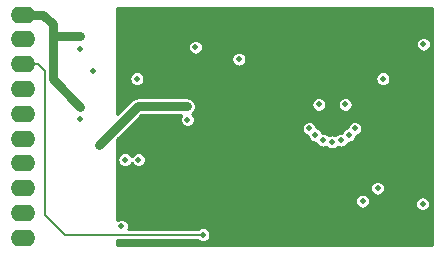
<source format=gbr>
%TF.GenerationSoftware,KiCad,Pcbnew,(5.1.9)-1*%
%TF.CreationDate,2022-04-05T10:11:24-05:00*%
%TF.ProjectId,iPod Bluetooth I2C Bridge,69506f64-2042-46c7-9565-746f6f746820,rev?*%
%TF.SameCoordinates,Original*%
%TF.FileFunction,Copper,L2,Inr*%
%TF.FilePolarity,Positive*%
%FSLAX46Y46*%
G04 Gerber Fmt 4.6, Leading zero omitted, Abs format (unit mm)*
G04 Created by KiCad (PCBNEW (5.1.9)-1) date 2022-04-05 10:11:24*
%MOMM*%
%LPD*%
G01*
G04 APERTURE LIST*
%TA.AperFunction,ComponentPad*%
%ADD10O,2.100000X1.400000*%
%TD*%
%TA.AperFunction,ViaPad*%
%ADD11C,0.508000*%
%TD*%
%TA.AperFunction,Conductor*%
%ADD12C,0.762000*%
%TD*%
%TA.AperFunction,Conductor*%
%ADD13C,0.152400*%
%TD*%
%TA.AperFunction,Conductor*%
%ADD14C,0.254000*%
%TD*%
%TA.AperFunction,Conductor*%
%ADD15C,0.100000*%
%TD*%
G04 APERTURE END LIST*
D10*
%TO.N,GND*%
%TO.C,J1*%
X34417000Y-49920000D03*
%TO.N,IIS_BCLK_1v8*%
X34417000Y-47820000D03*
%TO.N,IIS_WS_1v8*%
X34417000Y-45720000D03*
%TO.N,IIS_SD_1v8*%
X34417000Y-43620000D03*
%TO.N,RX*%
X34417000Y-41520000D03*
%TO.N,TX*%
X34417000Y-39420000D03*
%TO.N,GND*%
X34417000Y-37320000D03*
%TO.N,ESP_BOOT*%
X34417000Y-35220000D03*
%TO.N,RST*%
X34417000Y-33120000D03*
%TO.N,+BATT*%
X34417000Y-31020000D03*
%TD*%
D11*
%TO.N,+BATT*%
X39242948Y-38820000D03*
%TO.N,GND*%
X39242948Y-39878052D03*
X61341000Y-41656000D03*
X59817000Y-41656000D03*
X59461400Y-38633400D03*
X62001400Y-41224200D03*
X60579000Y-41808400D03*
X61696600Y-38633400D03*
X59156600Y-41224200D03*
X62509400Y-40665400D03*
X58648600Y-40665400D03*
X68326000Y-33528000D03*
X40386000Y-35814000D03*
X68250026Y-47041026D03*
X42754000Y-48940000D03*
X49022000Y-33782000D03*
X48345007Y-39919993D03*
X52705000Y-34798000D03*
X43053158Y-43307000D03*
X44196000Y-43307000D03*
X39242948Y-33909052D03*
%TO.N,+3V3*%
X66929000Y-33528000D03*
X52577984Y-44958000D03*
X44622000Y-48940050D03*
X49063983Y-32851017D03*
X46523976Y-42079010D03*
X47498000Y-35814000D03*
%TO.N,+1V8*%
X40851990Y-42079010D03*
X48283020Y-38800990D03*
%TO.N,TX*%
X64440024Y-45720000D03*
%TO.N,RX*%
X63170000Y-46812000D03*
%TO.N,+BATT*%
X39242948Y-32851000D03*
%TO.N,ESP_BOOT*%
X49657000Y-49657000D03*
%TO.N,RST*%
X44069004Y-36449000D03*
X64897000Y-36449000D03*
%TD*%
D12*
%TO.N,+1V8*%
X44130010Y-38800990D02*
X40851990Y-42079010D01*
X48283020Y-38800990D02*
X44130010Y-38800990D01*
%TO.N,+BATT*%
X34417000Y-31020000D02*
X36100000Y-31020000D01*
X36931609Y-36508661D02*
X39242948Y-38820000D01*
X36100000Y-31020000D02*
X36931609Y-31851609D01*
X36999000Y-32851000D02*
X36931609Y-32918391D01*
X39242948Y-32851000D02*
X36999000Y-32851000D01*
X36931609Y-32918391D02*
X36931609Y-36508661D01*
X36931609Y-31851609D02*
X36931609Y-32918391D01*
D13*
%TO.N,ESP_BOOT*%
X34417000Y-35220000D02*
X35728000Y-35220000D01*
X35728000Y-35220000D02*
X36322000Y-35814000D01*
X36322000Y-35814000D02*
X36322000Y-48006000D01*
X37973000Y-49657000D02*
X49657000Y-49657000D01*
X36322000Y-48006000D02*
X37973000Y-49657000D01*
%TD*%
D14*
%TO.N,+3V3*%
X69088000Y-50569000D02*
X42418000Y-50569000D01*
X42418000Y-50114200D01*
X49216175Y-50114200D01*
X49252211Y-50150236D01*
X49356215Y-50219729D01*
X49471777Y-50267597D01*
X49594458Y-50292000D01*
X49719542Y-50292000D01*
X49842223Y-50267597D01*
X49957785Y-50219729D01*
X50061789Y-50150236D01*
X50150236Y-50061789D01*
X50219729Y-49957785D01*
X50267597Y-49842223D01*
X50292000Y-49719542D01*
X50292000Y-49594458D01*
X50267597Y-49471777D01*
X50219729Y-49356215D01*
X50150236Y-49252211D01*
X50061789Y-49163764D01*
X49957785Y-49094271D01*
X49842223Y-49046403D01*
X49719542Y-49022000D01*
X49594458Y-49022000D01*
X49471777Y-49046403D01*
X49356215Y-49094271D01*
X49252211Y-49163764D01*
X49216175Y-49199800D01*
X43333706Y-49199800D01*
X43364597Y-49125223D01*
X43389000Y-49002542D01*
X43389000Y-48877458D01*
X43364597Y-48754777D01*
X43316729Y-48639215D01*
X43247236Y-48535211D01*
X43158789Y-48446764D01*
X43054785Y-48377271D01*
X42939223Y-48329403D01*
X42816542Y-48305000D01*
X42691458Y-48305000D01*
X42568777Y-48329403D01*
X42453215Y-48377271D01*
X42418000Y-48400801D01*
X42418000Y-46749458D01*
X62535000Y-46749458D01*
X62535000Y-46874542D01*
X62559403Y-46997223D01*
X62607271Y-47112785D01*
X62676764Y-47216789D01*
X62765211Y-47305236D01*
X62869215Y-47374729D01*
X62984777Y-47422597D01*
X63107458Y-47447000D01*
X63232542Y-47447000D01*
X63355223Y-47422597D01*
X63470785Y-47374729D01*
X63574789Y-47305236D01*
X63663236Y-47216789D01*
X63732729Y-47112785D01*
X63780597Y-46997223D01*
X63784324Y-46978484D01*
X67615026Y-46978484D01*
X67615026Y-47103568D01*
X67639429Y-47226249D01*
X67687297Y-47341811D01*
X67756790Y-47445815D01*
X67845237Y-47534262D01*
X67949241Y-47603755D01*
X68064803Y-47651623D01*
X68187484Y-47676026D01*
X68312568Y-47676026D01*
X68435249Y-47651623D01*
X68550811Y-47603755D01*
X68654815Y-47534262D01*
X68743262Y-47445815D01*
X68812755Y-47341811D01*
X68860623Y-47226249D01*
X68885026Y-47103568D01*
X68885026Y-46978484D01*
X68860623Y-46855803D01*
X68812755Y-46740241D01*
X68743262Y-46636237D01*
X68654815Y-46547790D01*
X68550811Y-46478297D01*
X68435249Y-46430429D01*
X68312568Y-46406026D01*
X68187484Y-46406026D01*
X68064803Y-46430429D01*
X67949241Y-46478297D01*
X67845237Y-46547790D01*
X67756790Y-46636237D01*
X67687297Y-46740241D01*
X67639429Y-46855803D01*
X67615026Y-46978484D01*
X63784324Y-46978484D01*
X63805000Y-46874542D01*
X63805000Y-46749458D01*
X63780597Y-46626777D01*
X63732729Y-46511215D01*
X63663236Y-46407211D01*
X63574789Y-46318764D01*
X63470785Y-46249271D01*
X63355223Y-46201403D01*
X63232542Y-46177000D01*
X63107458Y-46177000D01*
X62984777Y-46201403D01*
X62869215Y-46249271D01*
X62765211Y-46318764D01*
X62676764Y-46407211D01*
X62607271Y-46511215D01*
X62559403Y-46626777D01*
X62535000Y-46749458D01*
X42418000Y-46749458D01*
X42418000Y-45657458D01*
X63805024Y-45657458D01*
X63805024Y-45782542D01*
X63829427Y-45905223D01*
X63877295Y-46020785D01*
X63946788Y-46124789D01*
X64035235Y-46213236D01*
X64139239Y-46282729D01*
X64254801Y-46330597D01*
X64377482Y-46355000D01*
X64502566Y-46355000D01*
X64625247Y-46330597D01*
X64740809Y-46282729D01*
X64844813Y-46213236D01*
X64933260Y-46124789D01*
X65002753Y-46020785D01*
X65050621Y-45905223D01*
X65075024Y-45782542D01*
X65075024Y-45657458D01*
X65050621Y-45534777D01*
X65002753Y-45419215D01*
X64933260Y-45315211D01*
X64844813Y-45226764D01*
X64740809Y-45157271D01*
X64625247Y-45109403D01*
X64502566Y-45085000D01*
X64377482Y-45085000D01*
X64254801Y-45109403D01*
X64139239Y-45157271D01*
X64035235Y-45226764D01*
X63946788Y-45315211D01*
X63877295Y-45419215D01*
X63829427Y-45534777D01*
X63805024Y-45657458D01*
X42418000Y-45657458D01*
X42418000Y-43244458D01*
X42418158Y-43244458D01*
X42418158Y-43369542D01*
X42442561Y-43492223D01*
X42490429Y-43607785D01*
X42559922Y-43711789D01*
X42648369Y-43800236D01*
X42752373Y-43869729D01*
X42867935Y-43917597D01*
X42990616Y-43942000D01*
X43115700Y-43942000D01*
X43238381Y-43917597D01*
X43353943Y-43869729D01*
X43457947Y-43800236D01*
X43546394Y-43711789D01*
X43615887Y-43607785D01*
X43624579Y-43586801D01*
X43633271Y-43607785D01*
X43702764Y-43711789D01*
X43791211Y-43800236D01*
X43895215Y-43869729D01*
X44010777Y-43917597D01*
X44133458Y-43942000D01*
X44258542Y-43942000D01*
X44381223Y-43917597D01*
X44496785Y-43869729D01*
X44600789Y-43800236D01*
X44689236Y-43711789D01*
X44758729Y-43607785D01*
X44806597Y-43492223D01*
X44831000Y-43369542D01*
X44831000Y-43244458D01*
X44806597Y-43121777D01*
X44758729Y-43006215D01*
X44689236Y-42902211D01*
X44600789Y-42813764D01*
X44496785Y-42744271D01*
X44381223Y-42696403D01*
X44258542Y-42672000D01*
X44133458Y-42672000D01*
X44010777Y-42696403D01*
X43895215Y-42744271D01*
X43791211Y-42813764D01*
X43702764Y-42902211D01*
X43633271Y-43006215D01*
X43624579Y-43027199D01*
X43615887Y-43006215D01*
X43546394Y-42902211D01*
X43457947Y-42813764D01*
X43353943Y-42744271D01*
X43238381Y-42696403D01*
X43115700Y-42672000D01*
X42990616Y-42672000D01*
X42867935Y-42696403D01*
X42752373Y-42744271D01*
X42648369Y-42813764D01*
X42559922Y-42902211D01*
X42490429Y-43006215D01*
X42442561Y-43121777D01*
X42418158Y-43244458D01*
X42418000Y-43244458D01*
X42418000Y-41590630D01*
X43405772Y-40602858D01*
X58013600Y-40602858D01*
X58013600Y-40727942D01*
X58038003Y-40850623D01*
X58085871Y-40966185D01*
X58155364Y-41070189D01*
X58243811Y-41158636D01*
X58347815Y-41228129D01*
X58463377Y-41275997D01*
X58521773Y-41287613D01*
X58546003Y-41409423D01*
X58593871Y-41524985D01*
X58663364Y-41628989D01*
X58751811Y-41717436D01*
X58855815Y-41786929D01*
X58971377Y-41834797D01*
X59094058Y-41859200D01*
X59213849Y-41859200D01*
X59254271Y-41956785D01*
X59323764Y-42060789D01*
X59412211Y-42149236D01*
X59516215Y-42218729D01*
X59631777Y-42266597D01*
X59754458Y-42291000D01*
X59879542Y-42291000D01*
X60002223Y-42266597D01*
X60099060Y-42226485D01*
X60174211Y-42301636D01*
X60278215Y-42371129D01*
X60393777Y-42418997D01*
X60516458Y-42443400D01*
X60641542Y-42443400D01*
X60764223Y-42418997D01*
X60879785Y-42371129D01*
X60983789Y-42301636D01*
X61058940Y-42226485D01*
X61155777Y-42266597D01*
X61278458Y-42291000D01*
X61403542Y-42291000D01*
X61526223Y-42266597D01*
X61641785Y-42218729D01*
X61745789Y-42149236D01*
X61834236Y-42060789D01*
X61903729Y-41956785D01*
X61944151Y-41859200D01*
X62063942Y-41859200D01*
X62186623Y-41834797D01*
X62302185Y-41786929D01*
X62406189Y-41717436D01*
X62494636Y-41628989D01*
X62564129Y-41524985D01*
X62611997Y-41409423D01*
X62636227Y-41287613D01*
X62694623Y-41275997D01*
X62810185Y-41228129D01*
X62914189Y-41158636D01*
X63002636Y-41070189D01*
X63072129Y-40966185D01*
X63119997Y-40850623D01*
X63144400Y-40727942D01*
X63144400Y-40602858D01*
X63119997Y-40480177D01*
X63072129Y-40364615D01*
X63002636Y-40260611D01*
X62914189Y-40172164D01*
X62810185Y-40102671D01*
X62694623Y-40054803D01*
X62571942Y-40030400D01*
X62446858Y-40030400D01*
X62324177Y-40054803D01*
X62208615Y-40102671D01*
X62104611Y-40172164D01*
X62016164Y-40260611D01*
X61946671Y-40364615D01*
X61898803Y-40480177D01*
X61874573Y-40601987D01*
X61816177Y-40613603D01*
X61700615Y-40661471D01*
X61596611Y-40730964D01*
X61508164Y-40819411D01*
X61438671Y-40923415D01*
X61398249Y-41021000D01*
X61278458Y-41021000D01*
X61155777Y-41045403D01*
X61040215Y-41093271D01*
X60936211Y-41162764D01*
X60861060Y-41237915D01*
X60764223Y-41197803D01*
X60641542Y-41173400D01*
X60516458Y-41173400D01*
X60393777Y-41197803D01*
X60296940Y-41237915D01*
X60221789Y-41162764D01*
X60117785Y-41093271D01*
X60002223Y-41045403D01*
X59879542Y-41021000D01*
X59759751Y-41021000D01*
X59719329Y-40923415D01*
X59649836Y-40819411D01*
X59561389Y-40730964D01*
X59457385Y-40661471D01*
X59341823Y-40613603D01*
X59283427Y-40601987D01*
X59259197Y-40480177D01*
X59211329Y-40364615D01*
X59141836Y-40260611D01*
X59053389Y-40172164D01*
X58949385Y-40102671D01*
X58833823Y-40054803D01*
X58711142Y-40030400D01*
X58586058Y-40030400D01*
X58463377Y-40054803D01*
X58347815Y-40102671D01*
X58243811Y-40172164D01*
X58155364Y-40260611D01*
X58085871Y-40364615D01*
X58038003Y-40480177D01*
X58013600Y-40602858D01*
X43405772Y-40602858D01*
X44445641Y-39562990D01*
X47819842Y-39562990D01*
X47782278Y-39619208D01*
X47734410Y-39734770D01*
X47710007Y-39857451D01*
X47710007Y-39982535D01*
X47734410Y-40105216D01*
X47782278Y-40220778D01*
X47851771Y-40324782D01*
X47940218Y-40413229D01*
X48044222Y-40482722D01*
X48159784Y-40530590D01*
X48282465Y-40554993D01*
X48407549Y-40554993D01*
X48530230Y-40530590D01*
X48645792Y-40482722D01*
X48749796Y-40413229D01*
X48838243Y-40324782D01*
X48907736Y-40220778D01*
X48955604Y-40105216D01*
X48980007Y-39982535D01*
X48980007Y-39857451D01*
X48955604Y-39734770D01*
X48907736Y-39619208D01*
X48838243Y-39515204D01*
X48749796Y-39426757D01*
X48734291Y-39416397D01*
X48824442Y-39342412D01*
X48919665Y-39226382D01*
X48990422Y-39094005D01*
X49033994Y-38950368D01*
X49048706Y-38800990D01*
X49033994Y-38651612D01*
X49009498Y-38570858D01*
X58826400Y-38570858D01*
X58826400Y-38695942D01*
X58850803Y-38818623D01*
X58898671Y-38934185D01*
X58968164Y-39038189D01*
X59056611Y-39126636D01*
X59160615Y-39196129D01*
X59276177Y-39243997D01*
X59398858Y-39268400D01*
X59523942Y-39268400D01*
X59646623Y-39243997D01*
X59762185Y-39196129D01*
X59866189Y-39126636D01*
X59954636Y-39038189D01*
X60024129Y-38934185D01*
X60071997Y-38818623D01*
X60096400Y-38695942D01*
X60096400Y-38570858D01*
X61061600Y-38570858D01*
X61061600Y-38695942D01*
X61086003Y-38818623D01*
X61133871Y-38934185D01*
X61203364Y-39038189D01*
X61291811Y-39126636D01*
X61395815Y-39196129D01*
X61511377Y-39243997D01*
X61634058Y-39268400D01*
X61759142Y-39268400D01*
X61881823Y-39243997D01*
X61997385Y-39196129D01*
X62101389Y-39126636D01*
X62189836Y-39038189D01*
X62259329Y-38934185D01*
X62307197Y-38818623D01*
X62331600Y-38695942D01*
X62331600Y-38570858D01*
X62307197Y-38448177D01*
X62259329Y-38332615D01*
X62189836Y-38228611D01*
X62101389Y-38140164D01*
X61997385Y-38070671D01*
X61881823Y-38022803D01*
X61759142Y-37998400D01*
X61634058Y-37998400D01*
X61511377Y-38022803D01*
X61395815Y-38070671D01*
X61291811Y-38140164D01*
X61203364Y-38228611D01*
X61133871Y-38332615D01*
X61086003Y-38448177D01*
X61061600Y-38570858D01*
X60096400Y-38570858D01*
X60071997Y-38448177D01*
X60024129Y-38332615D01*
X59954636Y-38228611D01*
X59866189Y-38140164D01*
X59762185Y-38070671D01*
X59646623Y-38022803D01*
X59523942Y-37998400D01*
X59398858Y-37998400D01*
X59276177Y-38022803D01*
X59160615Y-38070671D01*
X59056611Y-38140164D01*
X58968164Y-38228611D01*
X58898671Y-38332615D01*
X58850803Y-38448177D01*
X58826400Y-38570858D01*
X49009498Y-38570858D01*
X48990422Y-38507975D01*
X48919665Y-38375598D01*
X48824442Y-38259568D01*
X48708412Y-38164345D01*
X48576035Y-38093588D01*
X48432398Y-38050016D01*
X48320446Y-38038990D01*
X44167432Y-38038990D01*
X44130009Y-38035304D01*
X44092586Y-38038990D01*
X44092584Y-38038990D01*
X43980632Y-38050016D01*
X43836995Y-38093588D01*
X43704618Y-38164345D01*
X43588588Y-38259568D01*
X43564731Y-38288638D01*
X42418000Y-39435369D01*
X42418000Y-36386458D01*
X43434004Y-36386458D01*
X43434004Y-36511542D01*
X43458407Y-36634223D01*
X43506275Y-36749785D01*
X43575768Y-36853789D01*
X43664215Y-36942236D01*
X43768219Y-37011729D01*
X43883781Y-37059597D01*
X44006462Y-37084000D01*
X44131546Y-37084000D01*
X44254227Y-37059597D01*
X44369789Y-37011729D01*
X44473793Y-36942236D01*
X44562240Y-36853789D01*
X44631733Y-36749785D01*
X44679601Y-36634223D01*
X44704004Y-36511542D01*
X44704004Y-36386458D01*
X64262000Y-36386458D01*
X64262000Y-36511542D01*
X64286403Y-36634223D01*
X64334271Y-36749785D01*
X64403764Y-36853789D01*
X64492211Y-36942236D01*
X64596215Y-37011729D01*
X64711777Y-37059597D01*
X64834458Y-37084000D01*
X64959542Y-37084000D01*
X65082223Y-37059597D01*
X65197785Y-37011729D01*
X65301789Y-36942236D01*
X65390236Y-36853789D01*
X65459729Y-36749785D01*
X65507597Y-36634223D01*
X65532000Y-36511542D01*
X65532000Y-36386458D01*
X65507597Y-36263777D01*
X65459729Y-36148215D01*
X65390236Y-36044211D01*
X65301789Y-35955764D01*
X65197785Y-35886271D01*
X65082223Y-35838403D01*
X64959542Y-35814000D01*
X64834458Y-35814000D01*
X64711777Y-35838403D01*
X64596215Y-35886271D01*
X64492211Y-35955764D01*
X64403764Y-36044211D01*
X64334271Y-36148215D01*
X64286403Y-36263777D01*
X64262000Y-36386458D01*
X44704004Y-36386458D01*
X44679601Y-36263777D01*
X44631733Y-36148215D01*
X44562240Y-36044211D01*
X44473793Y-35955764D01*
X44369789Y-35886271D01*
X44254227Y-35838403D01*
X44131546Y-35814000D01*
X44006462Y-35814000D01*
X43883781Y-35838403D01*
X43768219Y-35886271D01*
X43664215Y-35955764D01*
X43575768Y-36044211D01*
X43506275Y-36148215D01*
X43458407Y-36263777D01*
X43434004Y-36386458D01*
X42418000Y-36386458D01*
X42418000Y-34735458D01*
X52070000Y-34735458D01*
X52070000Y-34860542D01*
X52094403Y-34983223D01*
X52142271Y-35098785D01*
X52211764Y-35202789D01*
X52300211Y-35291236D01*
X52404215Y-35360729D01*
X52519777Y-35408597D01*
X52642458Y-35433000D01*
X52767542Y-35433000D01*
X52890223Y-35408597D01*
X53005785Y-35360729D01*
X53109789Y-35291236D01*
X53198236Y-35202789D01*
X53267729Y-35098785D01*
X53315597Y-34983223D01*
X53340000Y-34860542D01*
X53340000Y-34735458D01*
X53315597Y-34612777D01*
X53267729Y-34497215D01*
X53198236Y-34393211D01*
X53109789Y-34304764D01*
X53005785Y-34235271D01*
X52890223Y-34187403D01*
X52767542Y-34163000D01*
X52642458Y-34163000D01*
X52519777Y-34187403D01*
X52404215Y-34235271D01*
X52300211Y-34304764D01*
X52211764Y-34393211D01*
X52142271Y-34497215D01*
X52094403Y-34612777D01*
X52070000Y-34735458D01*
X42418000Y-34735458D01*
X42418000Y-33719458D01*
X48387000Y-33719458D01*
X48387000Y-33844542D01*
X48411403Y-33967223D01*
X48459271Y-34082785D01*
X48528764Y-34186789D01*
X48617211Y-34275236D01*
X48721215Y-34344729D01*
X48836777Y-34392597D01*
X48959458Y-34417000D01*
X49084542Y-34417000D01*
X49207223Y-34392597D01*
X49322785Y-34344729D01*
X49426789Y-34275236D01*
X49515236Y-34186789D01*
X49584729Y-34082785D01*
X49632597Y-33967223D01*
X49657000Y-33844542D01*
X49657000Y-33719458D01*
X49632597Y-33596777D01*
X49584729Y-33481215D01*
X49574201Y-33465458D01*
X67691000Y-33465458D01*
X67691000Y-33590542D01*
X67715403Y-33713223D01*
X67763271Y-33828785D01*
X67832764Y-33932789D01*
X67921211Y-34021236D01*
X68025215Y-34090729D01*
X68140777Y-34138597D01*
X68263458Y-34163000D01*
X68388542Y-34163000D01*
X68511223Y-34138597D01*
X68626785Y-34090729D01*
X68730789Y-34021236D01*
X68819236Y-33932789D01*
X68888729Y-33828785D01*
X68936597Y-33713223D01*
X68961000Y-33590542D01*
X68961000Y-33465458D01*
X68936597Y-33342777D01*
X68888729Y-33227215D01*
X68819236Y-33123211D01*
X68730789Y-33034764D01*
X68626785Y-32965271D01*
X68511223Y-32917403D01*
X68388542Y-32893000D01*
X68263458Y-32893000D01*
X68140777Y-32917403D01*
X68025215Y-32965271D01*
X67921211Y-33034764D01*
X67832764Y-33123211D01*
X67763271Y-33227215D01*
X67715403Y-33342777D01*
X67691000Y-33465458D01*
X49574201Y-33465458D01*
X49515236Y-33377211D01*
X49426789Y-33288764D01*
X49322785Y-33219271D01*
X49207223Y-33171403D01*
X49084542Y-33147000D01*
X48959458Y-33147000D01*
X48836777Y-33171403D01*
X48721215Y-33219271D01*
X48617211Y-33288764D01*
X48528764Y-33377211D01*
X48459271Y-33481215D01*
X48411403Y-33596777D01*
X48387000Y-33719458D01*
X42418000Y-33719458D01*
X42418000Y-30431000D01*
X69088000Y-30431000D01*
X69088000Y-50569000D01*
%TA.AperFunction,Conductor*%
D15*
G36*
X69088000Y-50569000D02*
G01*
X42418000Y-50569000D01*
X42418000Y-50114200D01*
X49216175Y-50114200D01*
X49252211Y-50150236D01*
X49356215Y-50219729D01*
X49471777Y-50267597D01*
X49594458Y-50292000D01*
X49719542Y-50292000D01*
X49842223Y-50267597D01*
X49957785Y-50219729D01*
X50061789Y-50150236D01*
X50150236Y-50061789D01*
X50219729Y-49957785D01*
X50267597Y-49842223D01*
X50292000Y-49719542D01*
X50292000Y-49594458D01*
X50267597Y-49471777D01*
X50219729Y-49356215D01*
X50150236Y-49252211D01*
X50061789Y-49163764D01*
X49957785Y-49094271D01*
X49842223Y-49046403D01*
X49719542Y-49022000D01*
X49594458Y-49022000D01*
X49471777Y-49046403D01*
X49356215Y-49094271D01*
X49252211Y-49163764D01*
X49216175Y-49199800D01*
X43333706Y-49199800D01*
X43364597Y-49125223D01*
X43389000Y-49002542D01*
X43389000Y-48877458D01*
X43364597Y-48754777D01*
X43316729Y-48639215D01*
X43247236Y-48535211D01*
X43158789Y-48446764D01*
X43054785Y-48377271D01*
X42939223Y-48329403D01*
X42816542Y-48305000D01*
X42691458Y-48305000D01*
X42568777Y-48329403D01*
X42453215Y-48377271D01*
X42418000Y-48400801D01*
X42418000Y-46749458D01*
X62535000Y-46749458D01*
X62535000Y-46874542D01*
X62559403Y-46997223D01*
X62607271Y-47112785D01*
X62676764Y-47216789D01*
X62765211Y-47305236D01*
X62869215Y-47374729D01*
X62984777Y-47422597D01*
X63107458Y-47447000D01*
X63232542Y-47447000D01*
X63355223Y-47422597D01*
X63470785Y-47374729D01*
X63574789Y-47305236D01*
X63663236Y-47216789D01*
X63732729Y-47112785D01*
X63780597Y-46997223D01*
X63784324Y-46978484D01*
X67615026Y-46978484D01*
X67615026Y-47103568D01*
X67639429Y-47226249D01*
X67687297Y-47341811D01*
X67756790Y-47445815D01*
X67845237Y-47534262D01*
X67949241Y-47603755D01*
X68064803Y-47651623D01*
X68187484Y-47676026D01*
X68312568Y-47676026D01*
X68435249Y-47651623D01*
X68550811Y-47603755D01*
X68654815Y-47534262D01*
X68743262Y-47445815D01*
X68812755Y-47341811D01*
X68860623Y-47226249D01*
X68885026Y-47103568D01*
X68885026Y-46978484D01*
X68860623Y-46855803D01*
X68812755Y-46740241D01*
X68743262Y-46636237D01*
X68654815Y-46547790D01*
X68550811Y-46478297D01*
X68435249Y-46430429D01*
X68312568Y-46406026D01*
X68187484Y-46406026D01*
X68064803Y-46430429D01*
X67949241Y-46478297D01*
X67845237Y-46547790D01*
X67756790Y-46636237D01*
X67687297Y-46740241D01*
X67639429Y-46855803D01*
X67615026Y-46978484D01*
X63784324Y-46978484D01*
X63805000Y-46874542D01*
X63805000Y-46749458D01*
X63780597Y-46626777D01*
X63732729Y-46511215D01*
X63663236Y-46407211D01*
X63574789Y-46318764D01*
X63470785Y-46249271D01*
X63355223Y-46201403D01*
X63232542Y-46177000D01*
X63107458Y-46177000D01*
X62984777Y-46201403D01*
X62869215Y-46249271D01*
X62765211Y-46318764D01*
X62676764Y-46407211D01*
X62607271Y-46511215D01*
X62559403Y-46626777D01*
X62535000Y-46749458D01*
X42418000Y-46749458D01*
X42418000Y-45657458D01*
X63805024Y-45657458D01*
X63805024Y-45782542D01*
X63829427Y-45905223D01*
X63877295Y-46020785D01*
X63946788Y-46124789D01*
X64035235Y-46213236D01*
X64139239Y-46282729D01*
X64254801Y-46330597D01*
X64377482Y-46355000D01*
X64502566Y-46355000D01*
X64625247Y-46330597D01*
X64740809Y-46282729D01*
X64844813Y-46213236D01*
X64933260Y-46124789D01*
X65002753Y-46020785D01*
X65050621Y-45905223D01*
X65075024Y-45782542D01*
X65075024Y-45657458D01*
X65050621Y-45534777D01*
X65002753Y-45419215D01*
X64933260Y-45315211D01*
X64844813Y-45226764D01*
X64740809Y-45157271D01*
X64625247Y-45109403D01*
X64502566Y-45085000D01*
X64377482Y-45085000D01*
X64254801Y-45109403D01*
X64139239Y-45157271D01*
X64035235Y-45226764D01*
X63946788Y-45315211D01*
X63877295Y-45419215D01*
X63829427Y-45534777D01*
X63805024Y-45657458D01*
X42418000Y-45657458D01*
X42418000Y-43244458D01*
X42418158Y-43244458D01*
X42418158Y-43369542D01*
X42442561Y-43492223D01*
X42490429Y-43607785D01*
X42559922Y-43711789D01*
X42648369Y-43800236D01*
X42752373Y-43869729D01*
X42867935Y-43917597D01*
X42990616Y-43942000D01*
X43115700Y-43942000D01*
X43238381Y-43917597D01*
X43353943Y-43869729D01*
X43457947Y-43800236D01*
X43546394Y-43711789D01*
X43615887Y-43607785D01*
X43624579Y-43586801D01*
X43633271Y-43607785D01*
X43702764Y-43711789D01*
X43791211Y-43800236D01*
X43895215Y-43869729D01*
X44010777Y-43917597D01*
X44133458Y-43942000D01*
X44258542Y-43942000D01*
X44381223Y-43917597D01*
X44496785Y-43869729D01*
X44600789Y-43800236D01*
X44689236Y-43711789D01*
X44758729Y-43607785D01*
X44806597Y-43492223D01*
X44831000Y-43369542D01*
X44831000Y-43244458D01*
X44806597Y-43121777D01*
X44758729Y-43006215D01*
X44689236Y-42902211D01*
X44600789Y-42813764D01*
X44496785Y-42744271D01*
X44381223Y-42696403D01*
X44258542Y-42672000D01*
X44133458Y-42672000D01*
X44010777Y-42696403D01*
X43895215Y-42744271D01*
X43791211Y-42813764D01*
X43702764Y-42902211D01*
X43633271Y-43006215D01*
X43624579Y-43027199D01*
X43615887Y-43006215D01*
X43546394Y-42902211D01*
X43457947Y-42813764D01*
X43353943Y-42744271D01*
X43238381Y-42696403D01*
X43115700Y-42672000D01*
X42990616Y-42672000D01*
X42867935Y-42696403D01*
X42752373Y-42744271D01*
X42648369Y-42813764D01*
X42559922Y-42902211D01*
X42490429Y-43006215D01*
X42442561Y-43121777D01*
X42418158Y-43244458D01*
X42418000Y-43244458D01*
X42418000Y-41590630D01*
X43405772Y-40602858D01*
X58013600Y-40602858D01*
X58013600Y-40727942D01*
X58038003Y-40850623D01*
X58085871Y-40966185D01*
X58155364Y-41070189D01*
X58243811Y-41158636D01*
X58347815Y-41228129D01*
X58463377Y-41275997D01*
X58521773Y-41287613D01*
X58546003Y-41409423D01*
X58593871Y-41524985D01*
X58663364Y-41628989D01*
X58751811Y-41717436D01*
X58855815Y-41786929D01*
X58971377Y-41834797D01*
X59094058Y-41859200D01*
X59213849Y-41859200D01*
X59254271Y-41956785D01*
X59323764Y-42060789D01*
X59412211Y-42149236D01*
X59516215Y-42218729D01*
X59631777Y-42266597D01*
X59754458Y-42291000D01*
X59879542Y-42291000D01*
X60002223Y-42266597D01*
X60099060Y-42226485D01*
X60174211Y-42301636D01*
X60278215Y-42371129D01*
X60393777Y-42418997D01*
X60516458Y-42443400D01*
X60641542Y-42443400D01*
X60764223Y-42418997D01*
X60879785Y-42371129D01*
X60983789Y-42301636D01*
X61058940Y-42226485D01*
X61155777Y-42266597D01*
X61278458Y-42291000D01*
X61403542Y-42291000D01*
X61526223Y-42266597D01*
X61641785Y-42218729D01*
X61745789Y-42149236D01*
X61834236Y-42060789D01*
X61903729Y-41956785D01*
X61944151Y-41859200D01*
X62063942Y-41859200D01*
X62186623Y-41834797D01*
X62302185Y-41786929D01*
X62406189Y-41717436D01*
X62494636Y-41628989D01*
X62564129Y-41524985D01*
X62611997Y-41409423D01*
X62636227Y-41287613D01*
X62694623Y-41275997D01*
X62810185Y-41228129D01*
X62914189Y-41158636D01*
X63002636Y-41070189D01*
X63072129Y-40966185D01*
X63119997Y-40850623D01*
X63144400Y-40727942D01*
X63144400Y-40602858D01*
X63119997Y-40480177D01*
X63072129Y-40364615D01*
X63002636Y-40260611D01*
X62914189Y-40172164D01*
X62810185Y-40102671D01*
X62694623Y-40054803D01*
X62571942Y-40030400D01*
X62446858Y-40030400D01*
X62324177Y-40054803D01*
X62208615Y-40102671D01*
X62104611Y-40172164D01*
X62016164Y-40260611D01*
X61946671Y-40364615D01*
X61898803Y-40480177D01*
X61874573Y-40601987D01*
X61816177Y-40613603D01*
X61700615Y-40661471D01*
X61596611Y-40730964D01*
X61508164Y-40819411D01*
X61438671Y-40923415D01*
X61398249Y-41021000D01*
X61278458Y-41021000D01*
X61155777Y-41045403D01*
X61040215Y-41093271D01*
X60936211Y-41162764D01*
X60861060Y-41237915D01*
X60764223Y-41197803D01*
X60641542Y-41173400D01*
X60516458Y-41173400D01*
X60393777Y-41197803D01*
X60296940Y-41237915D01*
X60221789Y-41162764D01*
X60117785Y-41093271D01*
X60002223Y-41045403D01*
X59879542Y-41021000D01*
X59759751Y-41021000D01*
X59719329Y-40923415D01*
X59649836Y-40819411D01*
X59561389Y-40730964D01*
X59457385Y-40661471D01*
X59341823Y-40613603D01*
X59283427Y-40601987D01*
X59259197Y-40480177D01*
X59211329Y-40364615D01*
X59141836Y-40260611D01*
X59053389Y-40172164D01*
X58949385Y-40102671D01*
X58833823Y-40054803D01*
X58711142Y-40030400D01*
X58586058Y-40030400D01*
X58463377Y-40054803D01*
X58347815Y-40102671D01*
X58243811Y-40172164D01*
X58155364Y-40260611D01*
X58085871Y-40364615D01*
X58038003Y-40480177D01*
X58013600Y-40602858D01*
X43405772Y-40602858D01*
X44445641Y-39562990D01*
X47819842Y-39562990D01*
X47782278Y-39619208D01*
X47734410Y-39734770D01*
X47710007Y-39857451D01*
X47710007Y-39982535D01*
X47734410Y-40105216D01*
X47782278Y-40220778D01*
X47851771Y-40324782D01*
X47940218Y-40413229D01*
X48044222Y-40482722D01*
X48159784Y-40530590D01*
X48282465Y-40554993D01*
X48407549Y-40554993D01*
X48530230Y-40530590D01*
X48645792Y-40482722D01*
X48749796Y-40413229D01*
X48838243Y-40324782D01*
X48907736Y-40220778D01*
X48955604Y-40105216D01*
X48980007Y-39982535D01*
X48980007Y-39857451D01*
X48955604Y-39734770D01*
X48907736Y-39619208D01*
X48838243Y-39515204D01*
X48749796Y-39426757D01*
X48734291Y-39416397D01*
X48824442Y-39342412D01*
X48919665Y-39226382D01*
X48990422Y-39094005D01*
X49033994Y-38950368D01*
X49048706Y-38800990D01*
X49033994Y-38651612D01*
X49009498Y-38570858D01*
X58826400Y-38570858D01*
X58826400Y-38695942D01*
X58850803Y-38818623D01*
X58898671Y-38934185D01*
X58968164Y-39038189D01*
X59056611Y-39126636D01*
X59160615Y-39196129D01*
X59276177Y-39243997D01*
X59398858Y-39268400D01*
X59523942Y-39268400D01*
X59646623Y-39243997D01*
X59762185Y-39196129D01*
X59866189Y-39126636D01*
X59954636Y-39038189D01*
X60024129Y-38934185D01*
X60071997Y-38818623D01*
X60096400Y-38695942D01*
X60096400Y-38570858D01*
X61061600Y-38570858D01*
X61061600Y-38695942D01*
X61086003Y-38818623D01*
X61133871Y-38934185D01*
X61203364Y-39038189D01*
X61291811Y-39126636D01*
X61395815Y-39196129D01*
X61511377Y-39243997D01*
X61634058Y-39268400D01*
X61759142Y-39268400D01*
X61881823Y-39243997D01*
X61997385Y-39196129D01*
X62101389Y-39126636D01*
X62189836Y-39038189D01*
X62259329Y-38934185D01*
X62307197Y-38818623D01*
X62331600Y-38695942D01*
X62331600Y-38570858D01*
X62307197Y-38448177D01*
X62259329Y-38332615D01*
X62189836Y-38228611D01*
X62101389Y-38140164D01*
X61997385Y-38070671D01*
X61881823Y-38022803D01*
X61759142Y-37998400D01*
X61634058Y-37998400D01*
X61511377Y-38022803D01*
X61395815Y-38070671D01*
X61291811Y-38140164D01*
X61203364Y-38228611D01*
X61133871Y-38332615D01*
X61086003Y-38448177D01*
X61061600Y-38570858D01*
X60096400Y-38570858D01*
X60071997Y-38448177D01*
X60024129Y-38332615D01*
X59954636Y-38228611D01*
X59866189Y-38140164D01*
X59762185Y-38070671D01*
X59646623Y-38022803D01*
X59523942Y-37998400D01*
X59398858Y-37998400D01*
X59276177Y-38022803D01*
X59160615Y-38070671D01*
X59056611Y-38140164D01*
X58968164Y-38228611D01*
X58898671Y-38332615D01*
X58850803Y-38448177D01*
X58826400Y-38570858D01*
X49009498Y-38570858D01*
X48990422Y-38507975D01*
X48919665Y-38375598D01*
X48824442Y-38259568D01*
X48708412Y-38164345D01*
X48576035Y-38093588D01*
X48432398Y-38050016D01*
X48320446Y-38038990D01*
X44167432Y-38038990D01*
X44130009Y-38035304D01*
X44092586Y-38038990D01*
X44092584Y-38038990D01*
X43980632Y-38050016D01*
X43836995Y-38093588D01*
X43704618Y-38164345D01*
X43588588Y-38259568D01*
X43564731Y-38288638D01*
X42418000Y-39435369D01*
X42418000Y-36386458D01*
X43434004Y-36386458D01*
X43434004Y-36511542D01*
X43458407Y-36634223D01*
X43506275Y-36749785D01*
X43575768Y-36853789D01*
X43664215Y-36942236D01*
X43768219Y-37011729D01*
X43883781Y-37059597D01*
X44006462Y-37084000D01*
X44131546Y-37084000D01*
X44254227Y-37059597D01*
X44369789Y-37011729D01*
X44473793Y-36942236D01*
X44562240Y-36853789D01*
X44631733Y-36749785D01*
X44679601Y-36634223D01*
X44704004Y-36511542D01*
X44704004Y-36386458D01*
X64262000Y-36386458D01*
X64262000Y-36511542D01*
X64286403Y-36634223D01*
X64334271Y-36749785D01*
X64403764Y-36853789D01*
X64492211Y-36942236D01*
X64596215Y-37011729D01*
X64711777Y-37059597D01*
X64834458Y-37084000D01*
X64959542Y-37084000D01*
X65082223Y-37059597D01*
X65197785Y-37011729D01*
X65301789Y-36942236D01*
X65390236Y-36853789D01*
X65459729Y-36749785D01*
X65507597Y-36634223D01*
X65532000Y-36511542D01*
X65532000Y-36386458D01*
X65507597Y-36263777D01*
X65459729Y-36148215D01*
X65390236Y-36044211D01*
X65301789Y-35955764D01*
X65197785Y-35886271D01*
X65082223Y-35838403D01*
X64959542Y-35814000D01*
X64834458Y-35814000D01*
X64711777Y-35838403D01*
X64596215Y-35886271D01*
X64492211Y-35955764D01*
X64403764Y-36044211D01*
X64334271Y-36148215D01*
X64286403Y-36263777D01*
X64262000Y-36386458D01*
X44704004Y-36386458D01*
X44679601Y-36263777D01*
X44631733Y-36148215D01*
X44562240Y-36044211D01*
X44473793Y-35955764D01*
X44369789Y-35886271D01*
X44254227Y-35838403D01*
X44131546Y-35814000D01*
X44006462Y-35814000D01*
X43883781Y-35838403D01*
X43768219Y-35886271D01*
X43664215Y-35955764D01*
X43575768Y-36044211D01*
X43506275Y-36148215D01*
X43458407Y-36263777D01*
X43434004Y-36386458D01*
X42418000Y-36386458D01*
X42418000Y-34735458D01*
X52070000Y-34735458D01*
X52070000Y-34860542D01*
X52094403Y-34983223D01*
X52142271Y-35098785D01*
X52211764Y-35202789D01*
X52300211Y-35291236D01*
X52404215Y-35360729D01*
X52519777Y-35408597D01*
X52642458Y-35433000D01*
X52767542Y-35433000D01*
X52890223Y-35408597D01*
X53005785Y-35360729D01*
X53109789Y-35291236D01*
X53198236Y-35202789D01*
X53267729Y-35098785D01*
X53315597Y-34983223D01*
X53340000Y-34860542D01*
X53340000Y-34735458D01*
X53315597Y-34612777D01*
X53267729Y-34497215D01*
X53198236Y-34393211D01*
X53109789Y-34304764D01*
X53005785Y-34235271D01*
X52890223Y-34187403D01*
X52767542Y-34163000D01*
X52642458Y-34163000D01*
X52519777Y-34187403D01*
X52404215Y-34235271D01*
X52300211Y-34304764D01*
X52211764Y-34393211D01*
X52142271Y-34497215D01*
X52094403Y-34612777D01*
X52070000Y-34735458D01*
X42418000Y-34735458D01*
X42418000Y-33719458D01*
X48387000Y-33719458D01*
X48387000Y-33844542D01*
X48411403Y-33967223D01*
X48459271Y-34082785D01*
X48528764Y-34186789D01*
X48617211Y-34275236D01*
X48721215Y-34344729D01*
X48836777Y-34392597D01*
X48959458Y-34417000D01*
X49084542Y-34417000D01*
X49207223Y-34392597D01*
X49322785Y-34344729D01*
X49426789Y-34275236D01*
X49515236Y-34186789D01*
X49584729Y-34082785D01*
X49632597Y-33967223D01*
X49657000Y-33844542D01*
X49657000Y-33719458D01*
X49632597Y-33596777D01*
X49584729Y-33481215D01*
X49574201Y-33465458D01*
X67691000Y-33465458D01*
X67691000Y-33590542D01*
X67715403Y-33713223D01*
X67763271Y-33828785D01*
X67832764Y-33932789D01*
X67921211Y-34021236D01*
X68025215Y-34090729D01*
X68140777Y-34138597D01*
X68263458Y-34163000D01*
X68388542Y-34163000D01*
X68511223Y-34138597D01*
X68626785Y-34090729D01*
X68730789Y-34021236D01*
X68819236Y-33932789D01*
X68888729Y-33828785D01*
X68936597Y-33713223D01*
X68961000Y-33590542D01*
X68961000Y-33465458D01*
X68936597Y-33342777D01*
X68888729Y-33227215D01*
X68819236Y-33123211D01*
X68730789Y-33034764D01*
X68626785Y-32965271D01*
X68511223Y-32917403D01*
X68388542Y-32893000D01*
X68263458Y-32893000D01*
X68140777Y-32917403D01*
X68025215Y-32965271D01*
X67921211Y-33034764D01*
X67832764Y-33123211D01*
X67763271Y-33227215D01*
X67715403Y-33342777D01*
X67691000Y-33465458D01*
X49574201Y-33465458D01*
X49515236Y-33377211D01*
X49426789Y-33288764D01*
X49322785Y-33219271D01*
X49207223Y-33171403D01*
X49084542Y-33147000D01*
X48959458Y-33147000D01*
X48836777Y-33171403D01*
X48721215Y-33219271D01*
X48617211Y-33288764D01*
X48528764Y-33377211D01*
X48459271Y-33481215D01*
X48411403Y-33596777D01*
X48387000Y-33719458D01*
X42418000Y-33719458D01*
X42418000Y-30431000D01*
X69088000Y-30431000D01*
X69088000Y-50569000D01*
G37*
%TD.AperFunction*%
%TD*%
M02*

</source>
